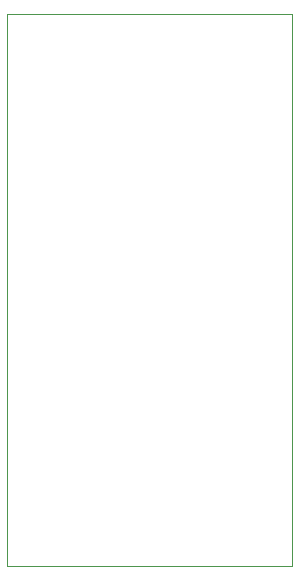
<source format=gbr>
%TF.SameCoordinates,Original*%
%TF.FileFunction,Profile,NP*%
%FSLAX46Y46*%
G04 Gerber Fmt 4.6, Leading zero omitted, Abs format (unit mm)*
%MOMM*%
%LPD*%
G01*
G04 APERTURE LIST*
%TA.AperFunction,Profile*%
%ADD10C,0.050000*%
%TD*%
G04 APERTURE END LIST*
D10*
X123190000Y-33782000D02*
X147320000Y-33782000D01*
X147320000Y-80518000D01*
X123190000Y-80518000D01*
X123190000Y-33782000D01*
M02*

</source>
